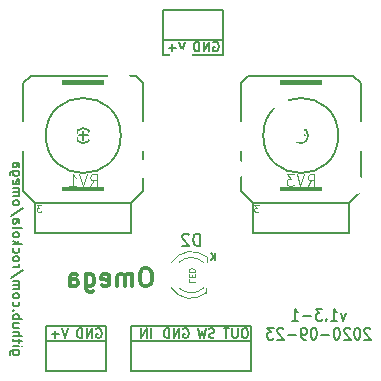
<source format=gbo>
%TF.GenerationSoftware,KiCad,Pcbnew,(5.99.0-3499-gca2252686-dirty)*%
%TF.CreationDate,2020-09-23T10:08:40+03:00*%
%TF.ProjectId,omega,6f6d6567-612e-46b6-9963-61645f706362,rev?*%
%TF.SameCoordinates,Original*%
%TF.FileFunction,Legend,Bot*%
%TF.FilePolarity,Positive*%
%FSLAX46Y46*%
G04 Gerber Fmt 4.6, Leading zero omitted, Abs format (unit mm)*
G04 Created by KiCad (PCBNEW (5.99.0-3499-gca2252686-dirty)) date 2020-09-23 10:08:40*
%MOMM*%
%LPD*%
G01*
G04 APERTURE LIST*
%ADD10C,0.127000*%
%ADD11C,0.300000*%
%ADD12C,0.150000*%
%ADD13C,0.100000*%
%ADD14C,0.081280*%
%ADD15C,0.048768*%
%ADD16C,0.120000*%
%ADD17O,1.600000X1.600000*%
%ADD18C,1.600000*%
%ADD19C,1.800000*%
%ADD20R,1.800000X1.800000*%
%ADD21R,1.600000X1.600000*%
%ADD22O,1.930400X1.930400*%
%ADD23R,1.930400X1.930400*%
%ADD24O,2.250000X2.250000*%
%ADD25R,2.200000X2.200000*%
%ADD26O,2.200000X2.200000*%
%ADD27O,2.000000X2.000000*%
G04 APERTURE END LIST*
D10*
X119492428Y-78355714D02*
X119278142Y-79022380D01*
X119063857Y-78355714D01*
X118249571Y-79022380D02*
X118763857Y-79022380D01*
X118506714Y-79022380D02*
X118506714Y-78022380D01*
X118592428Y-78165238D01*
X118678142Y-78260476D01*
X118763857Y-78308095D01*
X117863857Y-78927142D02*
X117821000Y-78974761D01*
X117863857Y-79022380D01*
X117906714Y-78974761D01*
X117863857Y-78927142D01*
X117863857Y-79022380D01*
X117521000Y-78022380D02*
X116963857Y-78022380D01*
X117263857Y-78403333D01*
X117135285Y-78403333D01*
X117049571Y-78450952D01*
X117006714Y-78498571D01*
X116963857Y-78593809D01*
X116963857Y-78831904D01*
X117006714Y-78927142D01*
X117049571Y-78974761D01*
X117135285Y-79022380D01*
X117392428Y-79022380D01*
X117478142Y-78974761D01*
X117521000Y-78927142D01*
X116578142Y-78641428D02*
X115892428Y-78641428D01*
X114992428Y-79022380D02*
X115506714Y-79022380D01*
X115249571Y-79022380D02*
X115249571Y-78022380D01*
X115335285Y-78165238D01*
X115421000Y-78260476D01*
X115506714Y-78308095D01*
X121592428Y-79727619D02*
X121549571Y-79680000D01*
X121463857Y-79632380D01*
X121249571Y-79632380D01*
X121163857Y-79680000D01*
X121121000Y-79727619D01*
X121078142Y-79822857D01*
X121078142Y-79918095D01*
X121121000Y-80060952D01*
X121635285Y-80632380D01*
X121078142Y-80632380D01*
X120521000Y-79632380D02*
X120435285Y-79632380D01*
X120349571Y-79680000D01*
X120306714Y-79727619D01*
X120263857Y-79822857D01*
X120221000Y-80013333D01*
X120221000Y-80251428D01*
X120263857Y-80441904D01*
X120306714Y-80537142D01*
X120349571Y-80584761D01*
X120435285Y-80632380D01*
X120521000Y-80632380D01*
X120606714Y-80584761D01*
X120649571Y-80537142D01*
X120692428Y-80441904D01*
X120735285Y-80251428D01*
X120735285Y-80013333D01*
X120692428Y-79822857D01*
X120649571Y-79727619D01*
X120606714Y-79680000D01*
X120521000Y-79632380D01*
X119878142Y-79727619D02*
X119835285Y-79680000D01*
X119749571Y-79632380D01*
X119535285Y-79632380D01*
X119449571Y-79680000D01*
X119406714Y-79727619D01*
X119363857Y-79822857D01*
X119363857Y-79918095D01*
X119406714Y-80060952D01*
X119921000Y-80632380D01*
X119363857Y-80632380D01*
X118806714Y-79632380D02*
X118721000Y-79632380D01*
X118635285Y-79680000D01*
X118592428Y-79727619D01*
X118549571Y-79822857D01*
X118506714Y-80013333D01*
X118506714Y-80251428D01*
X118549571Y-80441904D01*
X118592428Y-80537142D01*
X118635285Y-80584761D01*
X118721000Y-80632380D01*
X118806714Y-80632380D01*
X118892428Y-80584761D01*
X118935285Y-80537142D01*
X118978142Y-80441904D01*
X119021000Y-80251428D01*
X119021000Y-80013333D01*
X118978142Y-79822857D01*
X118935285Y-79727619D01*
X118892428Y-79680000D01*
X118806714Y-79632380D01*
X118121000Y-80251428D02*
X117435285Y-80251428D01*
X116835285Y-79632380D02*
X116749571Y-79632380D01*
X116663857Y-79680000D01*
X116621000Y-79727619D01*
X116578142Y-79822857D01*
X116535285Y-80013333D01*
X116535285Y-80251428D01*
X116578142Y-80441904D01*
X116621000Y-80537142D01*
X116663857Y-80584761D01*
X116749571Y-80632380D01*
X116835285Y-80632380D01*
X116921000Y-80584761D01*
X116963857Y-80537142D01*
X117006714Y-80441904D01*
X117049571Y-80251428D01*
X117049571Y-80013333D01*
X117006714Y-79822857D01*
X116963857Y-79727619D01*
X116921000Y-79680000D01*
X116835285Y-79632380D01*
X116106714Y-80632380D02*
X115935285Y-80632380D01*
X115849571Y-80584761D01*
X115806714Y-80537142D01*
X115721000Y-80394285D01*
X115678142Y-80203809D01*
X115678142Y-79822857D01*
X115721000Y-79727619D01*
X115763857Y-79680000D01*
X115849571Y-79632380D01*
X116021000Y-79632380D01*
X116106714Y-79680000D01*
X116149571Y-79727619D01*
X116192428Y-79822857D01*
X116192428Y-80060952D01*
X116149571Y-80156190D01*
X116106714Y-80203809D01*
X116021000Y-80251428D01*
X115849571Y-80251428D01*
X115763857Y-80203809D01*
X115721000Y-80156190D01*
X115678142Y-80060952D01*
X115292428Y-80251428D02*
X114606714Y-80251428D01*
X114220999Y-79727619D02*
X114178142Y-79680000D01*
X114092428Y-79632380D01*
X113878142Y-79632380D01*
X113792428Y-79680000D01*
X113749571Y-79727619D01*
X113706714Y-79822857D01*
X113706714Y-79918095D01*
X113749571Y-80060952D01*
X114263857Y-80632380D01*
X113706714Y-80632380D01*
X113406714Y-79632380D02*
X112849571Y-79632380D01*
X113149571Y-80013333D01*
X113020999Y-80013333D01*
X112935285Y-80060952D01*
X112892428Y-80108571D01*
X112849571Y-80203809D01*
X112849571Y-80441904D01*
X112892428Y-80537142D01*
X112935285Y-80584761D01*
X113020999Y-80632380D01*
X113278142Y-80632380D01*
X113363857Y-80584761D01*
X113406714Y-80537142D01*
X91865428Y-81558428D02*
X91217809Y-81558428D01*
X91141619Y-81596523D01*
X91103523Y-81634619D01*
X91065428Y-81710809D01*
X91065428Y-81825095D01*
X91103523Y-81901285D01*
X91370190Y-81558428D02*
X91332095Y-81634619D01*
X91332095Y-81787000D01*
X91370190Y-81863190D01*
X91408285Y-81901285D01*
X91484476Y-81939380D01*
X91713047Y-81939380D01*
X91789238Y-81901285D01*
X91827333Y-81863190D01*
X91865428Y-81787000D01*
X91865428Y-81634619D01*
X91827333Y-81558428D01*
X91332095Y-81177476D02*
X91865428Y-81177476D01*
X92132095Y-81177476D02*
X92094000Y-81215571D01*
X92055904Y-81177476D01*
X92094000Y-81139380D01*
X92132095Y-81177476D01*
X92055904Y-81177476D01*
X91865428Y-80910809D02*
X91865428Y-80606047D01*
X92132095Y-80796523D02*
X91446380Y-80796523D01*
X91370190Y-80758428D01*
X91332095Y-80682238D01*
X91332095Y-80606047D01*
X91332095Y-80339380D02*
X92132095Y-80339380D01*
X91332095Y-79996523D02*
X91751142Y-79996523D01*
X91827333Y-80034619D01*
X91865428Y-80110809D01*
X91865428Y-80225095D01*
X91827333Y-80301285D01*
X91789238Y-80339380D01*
X91865428Y-79272714D02*
X91332095Y-79272714D01*
X91865428Y-79615571D02*
X91446380Y-79615571D01*
X91370190Y-79577476D01*
X91332095Y-79501285D01*
X91332095Y-79387000D01*
X91370190Y-79310809D01*
X91408285Y-79272714D01*
X91332095Y-78891761D02*
X92132095Y-78891761D01*
X91827333Y-78891761D02*
X91865428Y-78815571D01*
X91865428Y-78663190D01*
X91827333Y-78587000D01*
X91789238Y-78548904D01*
X91713047Y-78510809D01*
X91484476Y-78510809D01*
X91408285Y-78548904D01*
X91370190Y-78587000D01*
X91332095Y-78663190D01*
X91332095Y-78815571D01*
X91370190Y-78891761D01*
X91408285Y-78167952D02*
X91370190Y-78129857D01*
X91332095Y-78167952D01*
X91370190Y-78206047D01*
X91408285Y-78167952D01*
X91332095Y-78167952D01*
X91370190Y-77444142D02*
X91332095Y-77520333D01*
X91332095Y-77672714D01*
X91370190Y-77748904D01*
X91408285Y-77787000D01*
X91484476Y-77825095D01*
X91713047Y-77825095D01*
X91789238Y-77787000D01*
X91827333Y-77748904D01*
X91865428Y-77672714D01*
X91865428Y-77520333D01*
X91827333Y-77444142D01*
X91332095Y-76987000D02*
X91370190Y-77063190D01*
X91408285Y-77101285D01*
X91484476Y-77139380D01*
X91713047Y-77139380D01*
X91789238Y-77101285D01*
X91827333Y-77063190D01*
X91865428Y-76987000D01*
X91865428Y-76872714D01*
X91827333Y-76796523D01*
X91789238Y-76758428D01*
X91713047Y-76720333D01*
X91484476Y-76720333D01*
X91408285Y-76758428D01*
X91370190Y-76796523D01*
X91332095Y-76872714D01*
X91332095Y-76987000D01*
X91332095Y-76377476D02*
X91865428Y-76377476D01*
X91789238Y-76377476D02*
X91827333Y-76339380D01*
X91865428Y-76263190D01*
X91865428Y-76148904D01*
X91827333Y-76072714D01*
X91751142Y-76034619D01*
X91332095Y-76034619D01*
X91751142Y-76034619D02*
X91827333Y-75996523D01*
X91865428Y-75920333D01*
X91865428Y-75806047D01*
X91827333Y-75729857D01*
X91751142Y-75691761D01*
X91332095Y-75691761D01*
X92170190Y-74739380D02*
X91141619Y-75425095D01*
X91332095Y-74472714D02*
X91865428Y-74472714D01*
X91713047Y-74472714D02*
X91789238Y-74434619D01*
X91827333Y-74396523D01*
X91865428Y-74320333D01*
X91865428Y-74244142D01*
X91332095Y-73863190D02*
X91370190Y-73939380D01*
X91408285Y-73977476D01*
X91484476Y-74015571D01*
X91713047Y-74015571D01*
X91789238Y-73977476D01*
X91827333Y-73939380D01*
X91865428Y-73863190D01*
X91865428Y-73748904D01*
X91827333Y-73672714D01*
X91789238Y-73634619D01*
X91713047Y-73596523D01*
X91484476Y-73596523D01*
X91408285Y-73634619D01*
X91370190Y-73672714D01*
X91332095Y-73748904D01*
X91332095Y-73863190D01*
X91370190Y-72910809D02*
X91332095Y-72987000D01*
X91332095Y-73139380D01*
X91370190Y-73215571D01*
X91408285Y-73253666D01*
X91484476Y-73291761D01*
X91713047Y-73291761D01*
X91789238Y-73253666D01*
X91827333Y-73215571D01*
X91865428Y-73139380D01*
X91865428Y-72987000D01*
X91827333Y-72910809D01*
X91332095Y-72567952D02*
X92132095Y-72567952D01*
X91636857Y-72491761D02*
X91332095Y-72263190D01*
X91865428Y-72263190D02*
X91560666Y-72567952D01*
X91332095Y-71806047D02*
X91370190Y-71882238D01*
X91408285Y-71920333D01*
X91484476Y-71958428D01*
X91713047Y-71958428D01*
X91789238Y-71920333D01*
X91827333Y-71882238D01*
X91865428Y-71806047D01*
X91865428Y-71691761D01*
X91827333Y-71615571D01*
X91789238Y-71577476D01*
X91713047Y-71539380D01*
X91484476Y-71539380D01*
X91408285Y-71577476D01*
X91370190Y-71615571D01*
X91332095Y-71691761D01*
X91332095Y-71806047D01*
X91332095Y-71082238D02*
X91370190Y-71158428D01*
X91446380Y-71196523D01*
X92132095Y-71196523D01*
X91332095Y-70434619D02*
X91751142Y-70434619D01*
X91827333Y-70472714D01*
X91865428Y-70548904D01*
X91865428Y-70701285D01*
X91827333Y-70777476D01*
X91370190Y-70434619D02*
X91332095Y-70510809D01*
X91332095Y-70701285D01*
X91370190Y-70777476D01*
X91446380Y-70815571D01*
X91522571Y-70815571D01*
X91598761Y-70777476D01*
X91636857Y-70701285D01*
X91636857Y-70510809D01*
X91674952Y-70434619D01*
X92170190Y-69482238D02*
X91141619Y-70167952D01*
X91332095Y-69101285D02*
X91370190Y-69177476D01*
X91408285Y-69215571D01*
X91484476Y-69253666D01*
X91713047Y-69253666D01*
X91789238Y-69215571D01*
X91827333Y-69177476D01*
X91865428Y-69101285D01*
X91865428Y-68987000D01*
X91827333Y-68910809D01*
X91789238Y-68872714D01*
X91713047Y-68834619D01*
X91484476Y-68834619D01*
X91408285Y-68872714D01*
X91370190Y-68910809D01*
X91332095Y-68987000D01*
X91332095Y-69101285D01*
X91332095Y-68491761D02*
X91865428Y-68491761D01*
X91789238Y-68491761D02*
X91827333Y-68453666D01*
X91865428Y-68377476D01*
X91865428Y-68263190D01*
X91827333Y-68187000D01*
X91751142Y-68148904D01*
X91332095Y-68148904D01*
X91751142Y-68148904D02*
X91827333Y-68110809D01*
X91865428Y-68034619D01*
X91865428Y-67920333D01*
X91827333Y-67844142D01*
X91751142Y-67806047D01*
X91332095Y-67806047D01*
X91370190Y-67120333D02*
X91332095Y-67196523D01*
X91332095Y-67348904D01*
X91370190Y-67425095D01*
X91446380Y-67463190D01*
X91751142Y-67463190D01*
X91827333Y-67425095D01*
X91865428Y-67348904D01*
X91865428Y-67196523D01*
X91827333Y-67120333D01*
X91751142Y-67082238D01*
X91674952Y-67082238D01*
X91598761Y-67463190D01*
X91865428Y-66396523D02*
X91217809Y-66396523D01*
X91141619Y-66434619D01*
X91103523Y-66472714D01*
X91065428Y-66548904D01*
X91065428Y-66663190D01*
X91103523Y-66739380D01*
X91370190Y-66396523D02*
X91332095Y-66472714D01*
X91332095Y-66625095D01*
X91370190Y-66701285D01*
X91408285Y-66739380D01*
X91484476Y-66777476D01*
X91713047Y-66777476D01*
X91789238Y-66739380D01*
X91827333Y-66701285D01*
X91865428Y-66625095D01*
X91865428Y-66472714D01*
X91827333Y-66396523D01*
X91332095Y-65672714D02*
X91751142Y-65672714D01*
X91827333Y-65710809D01*
X91865428Y-65787000D01*
X91865428Y-65939380D01*
X91827333Y-66015571D01*
X91370190Y-65672714D02*
X91332095Y-65748904D01*
X91332095Y-65939380D01*
X91370190Y-66015571D01*
X91446380Y-66053666D01*
X91522571Y-66053666D01*
X91598761Y-66015571D01*
X91636857Y-65939380D01*
X91636857Y-65748904D01*
X91674952Y-65672714D01*
D11*
X102710857Y-74616571D02*
X102425142Y-74616571D01*
X102282285Y-74688000D01*
X102139428Y-74830857D01*
X102068000Y-75116571D01*
X102068000Y-75616571D01*
X102139428Y-75902285D01*
X102282285Y-76045142D01*
X102425142Y-76116571D01*
X102710857Y-76116571D01*
X102853714Y-76045142D01*
X102996571Y-75902285D01*
X103068000Y-75616571D01*
X103068000Y-75116571D01*
X102996571Y-74830857D01*
X102853714Y-74688000D01*
X102710857Y-74616571D01*
X101425142Y-76116571D02*
X101425142Y-75116571D01*
X101425142Y-75259428D02*
X101353714Y-75188000D01*
X101210857Y-75116571D01*
X100996571Y-75116571D01*
X100853714Y-75188000D01*
X100782285Y-75330857D01*
X100782285Y-76116571D01*
X100782285Y-75330857D02*
X100710857Y-75188000D01*
X100568000Y-75116571D01*
X100353714Y-75116571D01*
X100210857Y-75188000D01*
X100139428Y-75330857D01*
X100139428Y-76116571D01*
X98853714Y-76045142D02*
X98996571Y-76116571D01*
X99282285Y-76116571D01*
X99425142Y-76045142D01*
X99496571Y-75902285D01*
X99496571Y-75330857D01*
X99425142Y-75188000D01*
X99282285Y-75116571D01*
X98996571Y-75116571D01*
X98853714Y-75188000D01*
X98782285Y-75330857D01*
X98782285Y-75473714D01*
X99496571Y-75616571D01*
X97496571Y-75116571D02*
X97496571Y-76330857D01*
X97568000Y-76473714D01*
X97639428Y-76545142D01*
X97782285Y-76616571D01*
X97996571Y-76616571D01*
X98139428Y-76545142D01*
X97496571Y-76045142D02*
X97639428Y-76116571D01*
X97925142Y-76116571D01*
X98068000Y-76045142D01*
X98139428Y-75973714D01*
X98210857Y-75830857D01*
X98210857Y-75402285D01*
X98139428Y-75259428D01*
X98068000Y-75188000D01*
X97925142Y-75116571D01*
X97639428Y-75116571D01*
X97496571Y-75188000D01*
X96139428Y-76116571D02*
X96139428Y-75330857D01*
X96210857Y-75188000D01*
X96353714Y-75116571D01*
X96639428Y-75116571D01*
X96782285Y-75188000D01*
X96139428Y-76045142D02*
X96282285Y-76116571D01*
X96639428Y-76116571D01*
X96782285Y-76045142D01*
X96853714Y-75902285D01*
X96853714Y-75759428D01*
X96782285Y-75616571D01*
X96639428Y-75545142D01*
X96282285Y-75545142D01*
X96139428Y-75473714D01*
D12*
%TO.C,D2*%
X107164095Y-72676380D02*
X107164095Y-71676380D01*
X106926000Y-71676380D01*
X106783142Y-71724000D01*
X106687904Y-71819238D01*
X106640285Y-71914476D01*
X106592666Y-72104952D01*
X106592666Y-72247809D01*
X106640285Y-72438285D01*
X106687904Y-72533523D01*
X106783142Y-72628761D01*
X106926000Y-72676380D01*
X107164095Y-72676380D01*
X106211714Y-71771619D02*
X106164095Y-71724000D01*
X106068857Y-71676380D01*
X105830761Y-71676380D01*
X105735523Y-71724000D01*
X105687904Y-71771619D01*
X105640285Y-71866857D01*
X105640285Y-71962095D01*
X105687904Y-72104952D01*
X106259333Y-72676380D01*
X105640285Y-72676380D01*
D10*
X108462742Y-73337771D02*
X108462742Y-73937771D01*
X108119885Y-73337771D02*
X108377028Y-73680628D01*
X108119885Y-73937771D02*
X108462742Y-73594914D01*
D13*
X106225209Y-75505428D02*
X106225209Y-75743523D01*
X106725209Y-75743523D01*
X106487114Y-75338761D02*
X106487114Y-75172095D01*
X106225209Y-75100666D02*
X106225209Y-75338761D01*
X106725209Y-75338761D01*
X106725209Y-75100666D01*
X106225209Y-74886380D02*
X106725209Y-74886380D01*
X106725209Y-74767333D01*
X106701400Y-74695904D01*
X106653780Y-74648285D01*
X106606161Y-74624476D01*
X106510923Y-74600666D01*
X106439495Y-74600666D01*
X106344257Y-74624476D01*
X106296638Y-74648285D01*
X106249019Y-74695904D01*
X106225209Y-74767333D01*
X106225209Y-74886380D01*
D14*
%TO.C,RV3*%
X116271523Y-67619638D02*
X116593257Y-67160019D01*
X116823066Y-67619638D02*
X116823066Y-66654438D01*
X116455371Y-66654438D01*
X116363447Y-66700400D01*
X116317485Y-66746361D01*
X116271523Y-66838285D01*
X116271523Y-66976171D01*
X116317485Y-67068095D01*
X116363447Y-67114057D01*
X116455371Y-67160019D01*
X116823066Y-67160019D01*
X115995752Y-66654438D02*
X115674019Y-67619638D01*
X115352285Y-66654438D01*
X115122476Y-66654438D02*
X114524971Y-66654438D01*
X114846704Y-67022133D01*
X114708819Y-67022133D01*
X114616895Y-67068095D01*
X114570933Y-67114057D01*
X114524971Y-67205980D01*
X114524971Y-67435790D01*
X114570933Y-67527714D01*
X114616895Y-67573676D01*
X114708819Y-67619638D01*
X114984590Y-67619638D01*
X115076514Y-67573676D01*
X115122476Y-67527714D01*
D15*
X112133510Y-69243302D02*
X111775007Y-69243302D01*
X111968047Y-69463920D01*
X111885316Y-69463920D01*
X111830162Y-69491497D01*
X111802584Y-69519074D01*
X111775007Y-69574228D01*
X111775007Y-69712114D01*
X111802584Y-69767268D01*
X111830162Y-69794845D01*
X111885316Y-69822422D01*
X112050779Y-69822422D01*
X112105933Y-69794845D01*
X112133510Y-69767268D01*
D14*
%TO.C,RV1*%
X97856523Y-67619638D02*
X98178257Y-67160019D01*
X98408066Y-67619638D02*
X98408066Y-66654438D01*
X98040371Y-66654438D01*
X97948447Y-66700400D01*
X97902485Y-66746361D01*
X97856523Y-66838285D01*
X97856523Y-66976171D01*
X97902485Y-67068095D01*
X97948447Y-67114057D01*
X98040371Y-67160019D01*
X98408066Y-67160019D01*
X97580752Y-66654438D02*
X97259019Y-67619638D01*
X96937285Y-66654438D01*
X96109971Y-67619638D02*
X96661514Y-67619638D01*
X96385742Y-67619638D02*
X96385742Y-66654438D01*
X96477666Y-66792323D01*
X96569590Y-66884247D01*
X96661514Y-66930209D01*
D15*
X93718510Y-69243302D02*
X93360007Y-69243302D01*
X93553047Y-69463920D01*
X93470316Y-69463920D01*
X93415162Y-69491497D01*
X93387584Y-69519074D01*
X93360007Y-69574228D01*
X93360007Y-69712114D01*
X93387584Y-69767268D01*
X93415162Y-69794845D01*
X93470316Y-69822422D01*
X93635779Y-69822422D01*
X93690933Y-69794845D01*
X93718510Y-69767268D01*
D12*
%TO.C,J3*%
X96011904Y-79698904D02*
X95745238Y-80498904D01*
X95478571Y-79698904D01*
X95211904Y-80194142D02*
X94602380Y-80194142D01*
X94907142Y-80498904D02*
X94907142Y-79889380D01*
X98399523Y-79737000D02*
X98475714Y-79698904D01*
X98590000Y-79698904D01*
X98704285Y-79737000D01*
X98780476Y-79813190D01*
X98818571Y-79889380D01*
X98856666Y-80041761D01*
X98856666Y-80156047D01*
X98818571Y-80308428D01*
X98780476Y-80384619D01*
X98704285Y-80460809D01*
X98590000Y-80498904D01*
X98513809Y-80498904D01*
X98399523Y-80460809D01*
X98361428Y-80422714D01*
X98361428Y-80156047D01*
X98513809Y-80156047D01*
X98018571Y-80498904D02*
X98018571Y-79698904D01*
X97561428Y-80498904D01*
X97561428Y-79698904D01*
X97180476Y-80498904D02*
X97180476Y-79698904D01*
X96990000Y-79698904D01*
X96875714Y-79737000D01*
X96799523Y-79813190D01*
X96761428Y-79889380D01*
X96723333Y-80041761D01*
X96723333Y-80156047D01*
X96761428Y-80308428D01*
X96799523Y-80384619D01*
X96875714Y-80460809D01*
X96990000Y-80498904D01*
X97180476Y-80498904D01*
%TO.C,J1*%
X105765523Y-79737000D02*
X105841714Y-79698904D01*
X105956000Y-79698904D01*
X106070285Y-79737000D01*
X106146476Y-79813190D01*
X106184571Y-79889380D01*
X106222666Y-80041761D01*
X106222666Y-80156047D01*
X106184571Y-80308428D01*
X106146476Y-80384619D01*
X106070285Y-80460809D01*
X105956000Y-80498904D01*
X105879809Y-80498904D01*
X105765523Y-80460809D01*
X105727428Y-80422714D01*
X105727428Y-80156047D01*
X105879809Y-80156047D01*
X105384571Y-80498904D02*
X105384571Y-79698904D01*
X104927428Y-80498904D01*
X104927428Y-79698904D01*
X104546476Y-80498904D02*
X104546476Y-79698904D01*
X104356000Y-79698904D01*
X104241714Y-79737000D01*
X104165523Y-79813190D01*
X104127428Y-79889380D01*
X104089333Y-80041761D01*
X104089333Y-80156047D01*
X104127428Y-80308428D01*
X104165523Y-80384619D01*
X104241714Y-80460809D01*
X104356000Y-80498904D01*
X104546476Y-80498904D01*
X103035047Y-80498904D02*
X103035047Y-79698904D01*
X102654095Y-80498904D02*
X102654095Y-79698904D01*
X102196952Y-80498904D01*
X102196952Y-79698904D01*
X108381714Y-80460809D02*
X108267428Y-80498904D01*
X108076952Y-80498904D01*
X108000761Y-80460809D01*
X107962666Y-80422714D01*
X107924571Y-80346523D01*
X107924571Y-80270333D01*
X107962666Y-80194142D01*
X108000761Y-80156047D01*
X108076952Y-80117952D01*
X108229333Y-80079857D01*
X108305523Y-80041761D01*
X108343619Y-80003666D01*
X108381714Y-79927476D01*
X108381714Y-79851285D01*
X108343619Y-79775095D01*
X108305523Y-79737000D01*
X108229333Y-79698904D01*
X108038857Y-79698904D01*
X107924571Y-79737000D01*
X107657904Y-79698904D02*
X107467428Y-80498904D01*
X107315047Y-79927476D01*
X107162666Y-80498904D01*
X106972190Y-79698904D01*
X111036000Y-79698904D02*
X110883619Y-79698904D01*
X110807428Y-79737000D01*
X110731238Y-79813190D01*
X110693142Y-79965571D01*
X110693142Y-80232238D01*
X110731238Y-80384619D01*
X110807428Y-80460809D01*
X110883619Y-80498904D01*
X111036000Y-80498904D01*
X111112190Y-80460809D01*
X111188380Y-80384619D01*
X111226476Y-80232238D01*
X111226476Y-79965571D01*
X111188380Y-79813190D01*
X111112190Y-79737000D01*
X111036000Y-79698904D01*
X110350285Y-79698904D02*
X110350285Y-80346523D01*
X110312190Y-80422714D01*
X110274095Y-80460809D01*
X110197904Y-80498904D01*
X110045523Y-80498904D01*
X109969333Y-80460809D01*
X109931238Y-80422714D01*
X109893142Y-80346523D01*
X109893142Y-79698904D01*
X109626476Y-79698904D02*
X109169333Y-79698904D01*
X109397904Y-80498904D02*
X109397904Y-79698904D01*
%TO.C,J2*%
X105917904Y-55441904D02*
X105651238Y-56241904D01*
X105384571Y-55441904D01*
X105117904Y-55937142D02*
X104508380Y-55937142D01*
X104813142Y-56241904D02*
X104813142Y-55632380D01*
X108305523Y-55480000D02*
X108381714Y-55441904D01*
X108496000Y-55441904D01*
X108610285Y-55480000D01*
X108686476Y-55556190D01*
X108724571Y-55632380D01*
X108762666Y-55784761D01*
X108762666Y-55899047D01*
X108724571Y-56051428D01*
X108686476Y-56127619D01*
X108610285Y-56203809D01*
X108496000Y-56241904D01*
X108419809Y-56241904D01*
X108305523Y-56203809D01*
X108267428Y-56165714D01*
X108267428Y-55899047D01*
X108419809Y-55899047D01*
X107924571Y-56241904D02*
X107924571Y-55441904D01*
X107467428Y-56241904D01*
X107467428Y-55441904D01*
X107086476Y-56241904D02*
X107086476Y-55441904D01*
X106896000Y-55441904D01*
X106781714Y-55480000D01*
X106705523Y-55556190D01*
X106667428Y-55632380D01*
X106629333Y-55784761D01*
X106629333Y-55899047D01*
X106667428Y-56051428D01*
X106705523Y-56127619D01*
X106781714Y-56203809D01*
X106896000Y-56241904D01*
X107086476Y-56241904D01*
D16*
%TO.C,D2*%
X104753666Y-74105393D02*
G75*
G02*
X107696000Y-73609200I1697655J-1094939D01*
G01*
X105384870Y-76263837D02*
G75*
G03*
X107466961Y-76264000I1041130J1079837D01*
G01*
X105384870Y-74104163D02*
G75*
G02*
X107466961Y-74104000I1041130J-1079837D01*
G01*
X104753666Y-76262607D02*
G75*
G03*
X107696000Y-76657200I1639431J1057386D01*
G01*
X107746800Y-73660000D02*
X107746800Y-74104000D01*
X107696000Y-76301600D02*
X107696000Y-76657200D01*
%TO.C,RV3*%
G36*
X117475000Y-68072000D02*
G01*
X113919000Y-68072000D01*
X113919000Y-67691000D01*
X117475000Y-67691000D01*
X117475000Y-68072000D01*
G37*
G36*
X117475000Y-59055000D02*
G01*
X113919000Y-59055000D01*
X113919000Y-58674000D01*
X117475000Y-58674000D01*
X117475000Y-59055000D01*
G37*
D10*
X119761000Y-69088000D02*
X120777000Y-68072000D01*
X120777000Y-68072000D02*
X120777000Y-64643000D01*
X120777000Y-58928000D02*
X120777000Y-62103000D01*
X110617000Y-68072000D02*
X110617000Y-64643000D01*
X110617000Y-58928000D02*
X110617000Y-62103000D01*
X116332000Y-63373000D02*
G75*
G03*
X116332000Y-63373000I-635000J0D01*
G01*
X111633000Y-71628000D02*
X111633000Y-69088000D01*
X119761000Y-71628000D02*
X111633000Y-71628000D01*
X119761000Y-69088000D02*
X119761000Y-71628000D01*
X111633000Y-69088000D02*
X119761000Y-69088000D01*
X115697000Y-62993000D02*
X115697000Y-63723000D01*
X115332000Y-63358000D02*
X116062000Y-63358000D01*
X110617000Y-68072000D02*
X111633000Y-69088000D01*
X110617000Y-58928000D02*
X111252000Y-58293000D01*
X120142000Y-58293000D02*
X120777000Y-58928000D01*
X111252000Y-58293000D02*
X120142000Y-58293000D01*
X118872000Y-63358000D02*
G75*
G03*
X118872000Y-63358000I-3175000J0D01*
G01*
%TO.C,RV1*%
G36*
X99060000Y-68072000D02*
G01*
X95504000Y-68072000D01*
X95504000Y-67691000D01*
X99060000Y-67691000D01*
X99060000Y-68072000D01*
G37*
G36*
X99060000Y-59055000D02*
G01*
X95504000Y-59055000D01*
X95504000Y-58674000D01*
X99060000Y-58674000D01*
X99060000Y-59055000D01*
G37*
X101346000Y-69088000D02*
X102362000Y-68072000D01*
X102362000Y-68072000D02*
X102362000Y-64643000D01*
X102362000Y-58928000D02*
X102362000Y-62103000D01*
X92202000Y-68072000D02*
X92202000Y-64643000D01*
X92202000Y-58928000D02*
X92202000Y-62103000D01*
X97917000Y-63373000D02*
G75*
G03*
X97917000Y-63373000I-635000J0D01*
G01*
X93218000Y-71628000D02*
X93218000Y-69088000D01*
X101346000Y-71628000D02*
X93218000Y-71628000D01*
X101346000Y-69088000D02*
X101346000Y-71628000D01*
X93218000Y-69088000D02*
X101346000Y-69088000D01*
X97282000Y-62993000D02*
X97282000Y-63723000D01*
X96917000Y-63358000D02*
X97647000Y-63358000D01*
X92202000Y-68072000D02*
X93218000Y-69088000D01*
X92202000Y-58928000D02*
X92837000Y-58293000D01*
X101727000Y-58293000D02*
X102362000Y-58928000D01*
X92837000Y-58293000D02*
X101727000Y-58293000D01*
X100457000Y-63358000D02*
G75*
G03*
X100457000Y-63358000I-3175000J0D01*
G01*
%TO.C,J3*%
X94107000Y-80772000D02*
X94107000Y-79502000D01*
X94107000Y-83312000D02*
X99187000Y-83312000D01*
X94107000Y-83312000D02*
X94107000Y-80772000D01*
X94107000Y-79502000D02*
X99187000Y-79502000D01*
X99187000Y-80772000D02*
X99187000Y-79502000D01*
X99187000Y-83312000D02*
X99187000Y-80772000D01*
X99187000Y-80772000D02*
X94107000Y-80772000D01*
%TO.C,J1*%
X101346000Y-83312000D02*
X111506000Y-83312000D01*
X111506000Y-80772000D02*
X111506000Y-79502000D01*
X111506000Y-80772000D02*
X101346000Y-80772000D01*
X101346000Y-79502000D02*
X111506000Y-79502000D01*
X101346000Y-83312000D02*
X101346000Y-80772000D01*
X101346000Y-80772000D02*
X101346000Y-79502000D01*
X111506000Y-83312000D02*
X111506000Y-80772000D01*
%TO.C,J2*%
X104013000Y-56515000D02*
X109093000Y-56515000D01*
X109093000Y-55245000D02*
X109093000Y-52705000D01*
X104013000Y-56515000D02*
X104013000Y-55245000D01*
X109093000Y-56515000D02*
X109093000Y-55245000D01*
X104013000Y-55245000D02*
X109093000Y-55245000D01*
X109093000Y-52705000D02*
X104013000Y-52705000D01*
X104013000Y-55245000D02*
X104013000Y-52705000D01*
%TD*%
%LPC*%
D17*
%TO.C,R7*%
X110246117Y-72324058D03*
D18*
X102626117Y-72324058D03*
%TD*%
D19*
%TO.C,D2*%
X105156000Y-75184000D03*
D20*
X107696000Y-75184000D03*
%TD*%
D18*
%TO.C,C3*%
X117689000Y-63119000D03*
D21*
X115189000Y-63119000D03*
%TD*%
D22*
%TO.C,Q2*%
X113665000Y-73025000D03*
X113665000Y-75565000D03*
D23*
X113665000Y-78105000D03*
%TD*%
D24*
%TO.C,RV3*%
X120697000Y-63358000D03*
X110697000Y-63358000D03*
D22*
X113157000Y-70358000D03*
X115697000Y-70358000D03*
D23*
X118237000Y-70358000D03*
%TD*%
D24*
%TO.C,RV1*%
X102282000Y-63358000D03*
X92282000Y-63358000D03*
D22*
X94742000Y-70358000D03*
X97282000Y-70358000D03*
D23*
X99822000Y-70358000D03*
%TD*%
D18*
%TO.C,R5*%
X112649000Y-67564000D03*
D17*
X120269000Y-67564000D03*
%TD*%
D18*
%TO.C,R2*%
X100457000Y-73279000D03*
D17*
X92837000Y-73279000D03*
%TD*%
D18*
%TO.C,R3*%
X102616000Y-69215000D03*
D17*
X110236000Y-69215000D03*
%TD*%
D25*
%TO.C,D1*%
X115697000Y-57150000D03*
D26*
X105537000Y-57150000D03*
%TD*%
D21*
%TO.C,C6*%
X96012000Y-63373000D03*
D18*
X98512000Y-63373000D03*
%TD*%
%TO.C,R4*%
X110236000Y-66167000D03*
D17*
X102616000Y-66167000D03*
%TD*%
D23*
%TO.C,J3*%
X95377000Y-82042000D03*
D22*
X97917000Y-82042000D03*
%TD*%
D23*
%TO.C,J1*%
X102616000Y-82042000D03*
D22*
X105156000Y-82042000D03*
X107696000Y-82042000D03*
X110236000Y-82042000D03*
%TD*%
D27*
%TO.C,C2*%
X108585000Y-60071000D03*
X113665000Y-60071000D03*
%TD*%
D18*
%TO.C,C1*%
X100076000Y-77724000D03*
X95076000Y-77724000D03*
%TD*%
D23*
%TO.C,J2*%
X105283000Y-53975000D03*
D22*
X107823000Y-53975000D03*
%TD*%
D21*
%TO.C,C7*%
X117475000Y-76708000D03*
D18*
X119975000Y-76708000D03*
%TD*%
D22*
%TO.C,RV2*%
X102870000Y-56134000D03*
X100330000Y-58674000D03*
X97790000Y-56134000D03*
%TD*%
D18*
%TO.C,R1*%
X102616000Y-78105000D03*
D17*
X110236000Y-78105000D03*
%TD*%
D18*
%TO.C,R6*%
X112776000Y-82042000D03*
D17*
X120396000Y-82042000D03*
%TD*%
M02*

</source>
